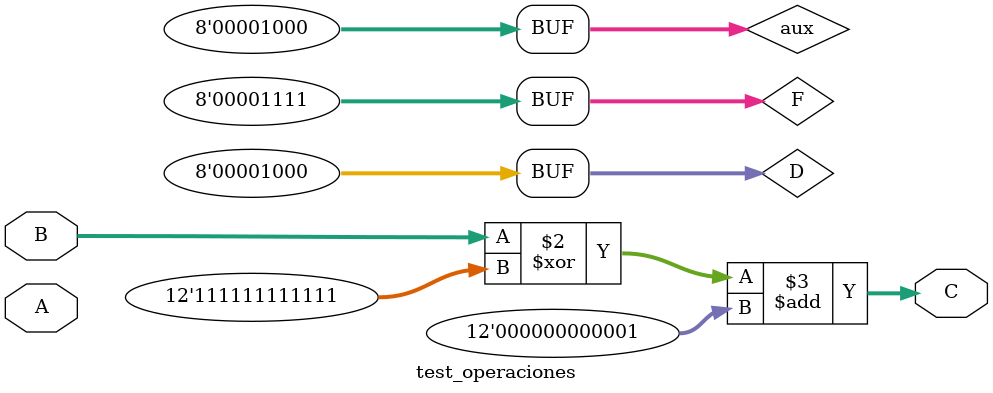
<source format=v>
`timescale 1ns / 1ps
module test_operaciones(A, B,C
    );

input[11:0] A;
input[11:0] B;
output[11:0] C;

reg  [7:0] D=8'h08;
reg  [7:0] F=8'h0f;
wire [7:0]aux;
assign aux=D&F;
assign C=(B^12'hfff)+12'h001;

endmodule

</source>
